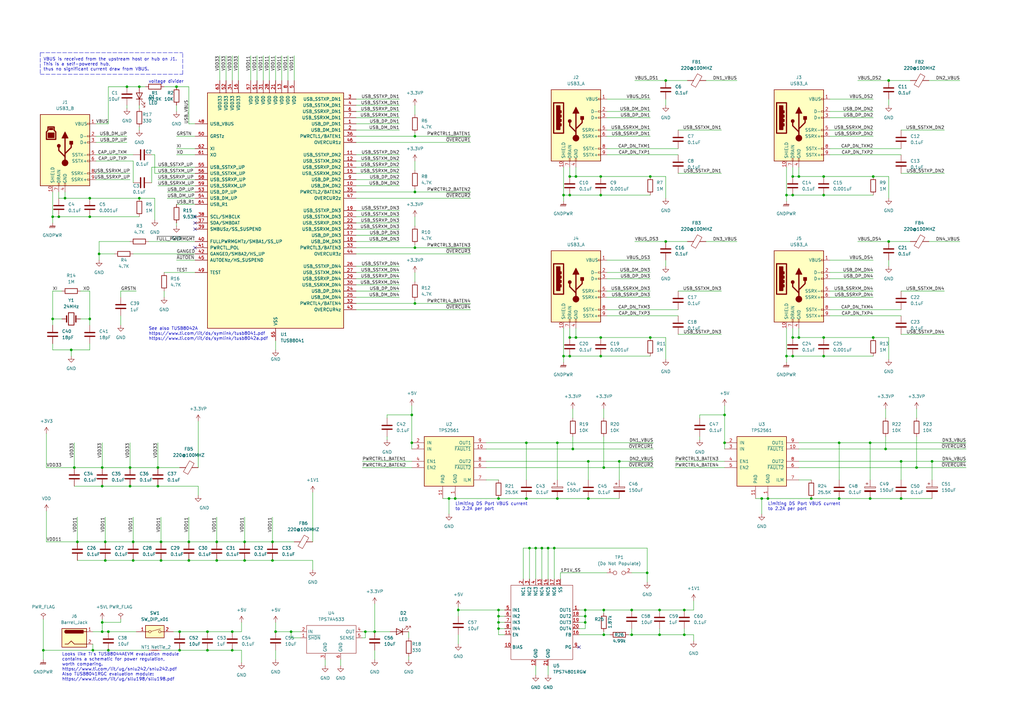
<source format=kicad_sch>
(kicad_sch (version 20211123) (generator eeschema)
  (paper "A3")
  (junction (at 54.61 229.87))
  (junction (at 270.51 250.19))
  (junction (at 247.65 250.19))
  (junction (at 224.79 224.79))
  (junction (at 187.96 250.19))
  (junction (at 217.17 224.79))
  (junction (at 327.66 138.43))
  (junction (at 325.12 138.43))
  (junction (at 95.25 259.08))
  (junction (at 95.25 266.7))
  (junction (at 265.43 234.95))
  (junction (at 231.14 80.01))
  (junction (at 66.04 229.87))
  (junction (at 327.66 72.39))
  (junction (at 17.78 266.7))
  (junction (at 111.76 229.87))
  (junction (at 266.7 138.43))
  (junction (at 259.08 260.35))
  (junction (at 36.83 81.28))
  (junction (at 364.49 33.02))
  (junction (at 280.67 260.35))
  (junction (at 88.9 229.87))
  (junction (at 204.47 204.47))
  (junction (at 54.61 222.25))
  (junction (at 170.18 101.6))
  (junction (at 337.82 138.43))
  (junction (at 266.7 72.39))
  (junction (at 36.83 88.9))
  (junction (at 85.09 266.7))
  (junction (at 204.47 252.73))
  (junction (at 241.3 204.47))
  (junction (at 38.1 266.7))
  (junction (at 337.82 72.39))
  (junction (at 228.6 181.61))
  (junction (at 369.57 204.47))
  (junction (at 41.91 259.08))
  (junction (at 356.87 181.61))
  (junction (at 215.9 204.47))
  (junction (at 219.71 224.79))
  (junction (at 246.38 80.01))
  (junction (at 358.14 72.39))
  (junction (at 24.13 88.9))
  (junction (at 215.9 181.61))
  (junction (at 233.68 72.39))
  (junction (at 44.45 266.7))
  (junction (at 77.47 229.87))
  (junction (at 240.03 255.27))
  (junction (at 85.09 259.08))
  (junction (at 236.22 72.39))
  (junction (at 356.87 204.47))
  (junction (at 31.75 222.25))
  (junction (at 53.34 191.77))
  (junction (at 369.57 189.23))
  (junction (at 43.18 222.25))
  (junction (at 259.08 250.19))
  (junction (at 363.22 184.15))
  (junction (at 66.04 222.25))
  (junction (at 72.39 35.56))
  (junction (at 204.47 255.27))
  (junction (at 29.21 143.51))
  (junction (at 332.74 204.47))
  (junction (at 240.03 250.19))
  (junction (at 40.64 104.14))
  (junction (at 77.47 222.25))
  (junction (at 270.51 260.35))
  (junction (at 119.38 259.08))
  (junction (at 254 189.23))
  (junction (at 297.18 170.18))
  (junction (at 204.47 257.81))
  (junction (at 57.15 35.56))
  (junction (at 344.17 181.61))
  (junction (at 170.18 55.88))
  (junction (at 52.07 35.56))
  (junction (at 170.18 124.46))
  (junction (at 297.18 181.61))
  (junction (at 36.83 130.81))
  (junction (at 57.15 81.28))
  (junction (at 337.82 146.05))
  (junction (at 168.91 170.18))
  (junction (at 246.38 138.43))
  (junction (at 21.59 88.9))
  (junction (at 149.86 259.08))
  (junction (at 41.91 191.77))
  (junction (at 325.12 146.05))
  (junction (at 241.3 189.23))
  (junction (at 44.45 259.08))
  (junction (at 273.05 99.06))
  (junction (at 314.96 204.47))
  (junction (at 64.77 191.77))
  (junction (at 113.03 259.08))
  (junction (at 43.18 229.87))
  (junction (at 41.91 255.27))
  (junction (at 322.58 80.01))
  (junction (at 88.9 222.25))
  (junction (at 53.34 199.39))
  (junction (at 100.33 229.87))
  (junction (at 312.42 204.47))
  (junction (at 26.67 81.28))
  (junction (at 231.14 146.05))
  (junction (at 233.68 138.43))
  (junction (at 100.33 222.25))
  (junction (at 322.58 146.05))
  (junction (at 111.76 222.25))
  (junction (at 233.68 146.05))
  (junction (at 246.38 146.05))
  (junction (at 364.49 99.06))
  (junction (at 247.65 191.77))
  (junction (at 228.6 204.47))
  (junction (at 325.12 80.01))
  (junction (at 227.33 224.79))
  (junction (at 30.48 191.77))
  (junction (at 184.15 204.47))
  (junction (at 382.27 189.23))
  (junction (at 73.66 266.7))
  (junction (at 186.69 204.47))
  (junction (at 247.65 260.35))
  (junction (at 375.92 191.77))
  (junction (at 204.47 250.19))
  (junction (at 73.66 259.08))
  (junction (at 236.22 138.43))
  (junction (at 344.17 204.47))
  (junction (at 240.03 252.73))
  (junction (at 234.95 184.15))
  (junction (at 64.77 199.39))
  (junction (at 153.67 259.08))
  (junction (at 168.91 181.61))
  (junction (at 246.38 72.39))
  (junction (at 21.59 130.81))
  (junction (at 337.82 80.01))
  (junction (at 41.91 199.39))
  (junction (at 358.14 138.43))
  (junction (at 273.05 33.02))
  (junction (at 280.67 250.19))
  (junction (at 170.18 78.74))
  (junction (at 325.12 72.39))
  (junction (at 233.68 80.01))
  (junction (at 222.25 224.79))
  (no_connect (at 80.01 101.6))
  (no_connect (at 237.49 265.43))
  (no_connect (at 80.01 93.98))
  (no_connect (at 80.01 88.9))
  (no_connect (at 80.01 91.44))
  (wire (pts (xy 248.92 48.26) (xy 266.7 48.26)))
  (wire (pts (xy 382.27 189.23) (xy 382.27 196.85)))
  (wire (pts (xy 21.59 119.38) (xy 21.59 130.81)))
  (wire (pts (xy 40.64 99.06) (xy 40.64 104.14)))
  (wire (pts (xy 19.05 177.8) (xy 19.05 191.77)))
  (wire (pts (xy 36.83 143.51) (xy 29.21 143.51)))
  (wire (pts (xy 204.47 255.27) (xy 204.47 257.81)))
  (wire (pts (xy 64.77 199.39) (xy 81.28 199.39)))
  (wire (pts (xy 81.28 199.39) (xy 81.28 203.2)))
  (wire (pts (xy 233.68 68.58) (xy 233.68 72.39)))
  (wire (pts (xy 113.03 259.08) (xy 119.38 259.08)))
  (wire (pts (xy 66.04 212.09) (xy 66.04 222.25)))
  (wire (pts (xy 146.05 76.2) (xy 163.83 76.2)))
  (wire (pts (xy 170.18 100.33) (xy 170.18 101.6)))
  (wire (pts (xy 231.14 134.62) (xy 231.14 146.05)))
  (wire (pts (xy 146.05 116.84) (xy 163.83 116.84)))
  (wire (pts (xy 237.49 260.35) (xy 247.65 260.35)))
  (wire (pts (xy 204.47 260.35) (xy 207.01 260.35)))
  (wire (pts (xy 340.36 121.92) (xy 358.14 121.92)))
  (wire (pts (xy 33.02 119.38) (xy 36.83 119.38)))
  (wire (pts (xy 240.03 252.73) (xy 240.03 255.27)))
  (wire (pts (xy 24.13 81.28) (xy 26.67 81.28)))
  (wire (pts (xy 146.05 71.12) (xy 163.83 71.12)))
  (wire (pts (xy 30.48 191.77) (xy 19.05 191.77)))
  (wire (pts (xy 312.42 204.47) (xy 314.96 204.47)))
  (wire (pts (xy 80.01 71.12) (xy 63.5 71.12)))
  (wire (pts (xy 247.65 191.77) (xy 267.97 191.77)))
  (wire (pts (xy 337.82 80.01) (xy 358.14 80.01)))
  (wire (pts (xy 248.92 60.96) (xy 278.13 60.96)))
  (wire (pts (xy 289.56 99.06) (xy 302.26 99.06)))
  (wire (pts (xy 363.22 184.15) (xy 396.24 184.15)))
  (wire (pts (xy 33.02 130.81) (xy 36.83 130.81)))
  (wire (pts (xy 231.14 68.58) (xy 231.14 80.01)))
  (wire (pts (xy 38.1 266.7) (xy 38.1 264.16)))
  (wire (pts (xy 38.1 259.08) (xy 41.91 259.08)))
  (wire (pts (xy 146.05 68.58) (xy 163.83 68.58)))
  (wire (pts (xy 107.95 22.86) (xy 107.95 33.02)))
  (wire (pts (xy 146.05 81.28) (xy 193.04 81.28)))
  (wire (pts (xy 25.4 119.38) (xy 21.59 119.38)))
  (wire (pts (xy 67.31 35.56) (xy 72.39 35.56)))
  (wire (pts (xy 231.14 146.05) (xy 231.14 148.59)))
  (wire (pts (xy 248.92 127) (xy 278.13 127)))
  (wire (pts (xy 64.77 181.61) (xy 64.77 191.77)))
  (wire (pts (xy 146.05 93.98) (xy 163.83 93.98)))
  (wire (pts (xy 168.91 181.61) (xy 168.91 170.18)))
  (wire (pts (xy 36.83 88.9) (xy 57.15 88.9)))
  (wire (pts (xy 36.83 133.35) (xy 36.83 130.81)))
  (wire (pts (xy 228.6 181.61) (xy 267.97 181.61)))
  (wire (pts (xy 113.03 139.7) (xy 113.03 143.51)))
  (wire (pts (xy 314.96 204.47) (xy 332.74 204.47)))
  (wire (pts (xy 81.28 172.72) (xy 81.28 191.77)))
  (wire (pts (xy 273.05 72.39) (xy 273.05 81.28)))
  (wire (pts (xy 53.34 191.77) (xy 64.77 191.77)))
  (wire (pts (xy 327.66 138.43) (xy 337.82 138.43)))
  (wire (pts (xy 280.67 257.81) (xy 280.67 260.35)))
  (wire (pts (xy 337.82 138.43) (xy 358.14 138.43)))
  (wire (pts (xy 364.49 33.02) (xy 373.38 33.02)))
  (wire (pts (xy 26.67 81.28) (xy 36.83 81.28)))
  (wire (pts (xy 40.64 104.14) (xy 40.64 106.68)))
  (wire (pts (xy 39.37 71.12) (xy 53.34 71.12)))
  (wire (pts (xy 72.39 55.88) (xy 80.01 55.88)))
  (wire (pts (xy 38.1 266.7) (xy 44.45 266.7)))
  (wire (pts (xy 62.23 68.58) (xy 62.23 74.93)))
  (wire (pts (xy 95.25 22.86) (xy 95.25 33.02)))
  (wire (pts (xy 146.05 55.88) (xy 170.18 55.88)))
  (wire (pts (xy 204.47 250.19) (xy 204.47 252.73)))
  (wire (pts (xy 214.63 224.79) (xy 214.63 237.49)))
  (wire (pts (xy 146.05 121.92) (xy 163.83 121.92)))
  (wire (pts (xy 64.77 191.77) (xy 73.66 191.77)))
  (wire (pts (xy 31.75 222.25) (xy 43.18 222.25)))
  (wire (pts (xy 219.71 273.05) (xy 219.71 276.86)))
  (wire (pts (xy 72.39 83.82) (xy 80.01 83.82)))
  (wire (pts (xy 153.67 266.7) (xy 153.67 270.51)))
  (wire (pts (xy 273.05 106.68) (xy 273.05 109.22)))
  (wire (pts (xy 170.18 55.88) (xy 193.04 55.88)))
  (wire (pts (xy 92.71 22.86) (xy 92.71 33.02)))
  (wire (pts (xy 77.47 35.56) (xy 72.39 35.56)))
  (wire (pts (xy 276.86 189.23) (xy 297.18 189.23)))
  (wire (pts (xy 49.53 119.38) (xy 55.88 119.38)))
  (wire (pts (xy 72.39 91.44) (xy 72.39 92.71)))
  (wire (pts (xy 115.57 22.86) (xy 115.57 33.02)))
  (wire (pts (xy 240.03 255.27) (xy 240.03 257.81)))
  (wire (pts (xy 375.92 191.77) (xy 396.24 191.77)))
  (wire (pts (xy 64.77 76.2) (xy 80.01 76.2)))
  (wire (pts (xy 287.02 179.07) (xy 287.02 180.34)))
  (wire (pts (xy 287.02 170.18) (xy 287.02 171.45)))
  (wire (pts (xy 259.08 250.19) (xy 270.51 250.19)))
  (wire (pts (xy 204.47 252.73) (xy 207.01 252.73)))
  (wire (pts (xy 227.33 224.79) (xy 265.43 224.79)))
  (wire (pts (xy 148.59 191.77) (xy 168.91 191.77)))
  (wire (pts (xy 146.05 73.66) (xy 163.83 73.66)))
  (wire (pts (xy 62.23 63.5) (xy 63.5 63.5)))
  (wire (pts (xy 270.51 257.81) (xy 270.51 260.35)))
  (wire (pts (xy 186.69 204.47) (xy 204.47 204.47)))
  (wire (pts (xy 95.25 259.08) (xy 99.06 259.08)))
  (wire (pts (xy 54.61 104.14) (xy 80.01 104.14)))
  (wire (pts (xy 146.05 109.22) (xy 163.83 109.22)))
  (wire (pts (xy 146.05 88.9) (xy 163.83 88.9)))
  (wire (pts (xy 219.71 224.79) (xy 219.71 237.49)))
  (polyline (pts (xy 16.51 21.59) (xy 74.93 21.59)))
  (wire (pts (xy 241.3 189.23) (xy 254 189.23)))
  (wire (pts (xy 36.83 81.28) (xy 57.15 81.28)))
  (wire (pts (xy 88.9 222.25) (xy 100.33 222.25)))
  (wire (pts (xy 57.15 81.28) (xy 63.5 81.28)))
  (wire (pts (xy 53.34 181.61) (xy 53.34 191.77)))
  (wire (pts (xy 248.92 106.68) (xy 266.7 106.68)))
  (wire (pts (xy 113.03 255.27) (xy 113.03 259.08)))
  (wire (pts (xy 259.08 257.81) (xy 259.08 260.35)))
  (wire (pts (xy 44.45 259.08) (xy 55.88 259.08)))
  (wire (pts (xy 278.13 53.34) (xy 295.91 53.34)))
  (wire (pts (xy 17.78 266.7) (xy 38.1 266.7)))
  (wire (pts (xy 204.47 257.81) (xy 207.01 257.81)))
  (wire (pts (xy 128.27 229.87) (xy 128.27 233.68)))
  (wire (pts (xy 234.95 179.07) (xy 234.95 184.15)))
  (wire (pts (xy 111.76 229.87) (xy 128.27 229.87)))
  (wire (pts (xy 204.47 250.19) (xy 207.01 250.19)))
  (wire (pts (xy 31.75 222.25) (xy 19.05 222.25)))
  (wire (pts (xy 231.14 80.01) (xy 233.68 80.01)))
  (wire (pts (xy 369.57 189.23) (xy 369.57 196.85)))
  (wire (pts (xy 158.75 179.07) (xy 158.75 180.34)))
  (wire (pts (xy 49.53 129.54) (xy 49.53 133.35)))
  (wire (pts (xy 332.74 204.47) (xy 344.17 204.47)))
  (wire (pts (xy 325.12 138.43) (xy 327.66 138.43)))
  (wire (pts (xy 297.18 166.37) (xy 297.18 170.18)))
  (wire (pts (xy 111.76 212.09) (xy 111.76 222.25)))
  (wire (pts (xy 170.18 88.9) (xy 170.18 92.71)))
  (wire (pts (xy 146.05 78.74) (xy 170.18 78.74)))
  (wire (pts (xy 327.66 189.23) (xy 369.57 189.23)))
  (wire (pts (xy 363.22 167.64) (xy 363.22 171.45)))
  (wire (pts (xy 222.25 237.49) (xy 222.25 224.79)))
  (wire (pts (xy 204.47 204.47) (xy 215.9 204.47)))
  (wire (pts (xy 146.05 43.18) (xy 163.83 43.18)))
  (wire (pts (xy 351.79 99.06) (xy 364.49 99.06)))
  (wire (pts (xy 265.43 238.76) (xy 265.43 234.95)))
  (wire (pts (xy 41.91 199.39) (xy 53.34 199.39)))
  (wire (pts (xy 85.09 259.08) (xy 95.25 259.08)))
  (wire (pts (xy 236.22 68.58) (xy 236.22 72.39)))
  (wire (pts (xy 44.45 50.8) (xy 39.37 50.8)))
  (wire (pts (xy 72.39 106.68) (xy 80.01 106.68)))
  (wire (pts (xy 30.48 199.39) (xy 41.91 199.39)))
  (wire (pts (xy 297.18 170.18) (xy 287.02 170.18)))
  (wire (pts (xy 170.18 124.46) (xy 193.04 124.46)))
  (wire (pts (xy 204.47 257.81) (xy 204.47 260.35)))
  (wire (pts (xy 241.3 204.47) (xy 254 204.47)))
  (wire (pts (xy 184.15 204.47) (xy 186.69 204.47)))
  (wire (pts (xy 266.7 72.39) (xy 273.05 72.39)))
  (wire (pts (xy 381 99.06) (xy 393.7 99.06)))
  (wire (pts (xy 381 33.02) (xy 393.7 33.02)))
  (wire (pts (xy 369.57 189.23) (xy 382.27 189.23)))
  (wire (pts (xy 322.58 68.58) (xy 322.58 80.01)))
  (wire (pts (xy 270.51 250.19) (xy 280.67 250.19)))
  (wire (pts (xy 340.36 55.88) (xy 358.14 55.88)))
  (wire (pts (xy 66.04 229.87) (xy 77.47 229.87)))
  (wire (pts (xy 181.61 204.47) (xy 184.15 204.47)))
  (wire (pts (xy 270.51 260.35) (xy 280.67 260.35)))
  (wire (pts (xy 77.47 50.8) (xy 77.47 35.56)))
  (wire (pts (xy 52.07 35.56) (xy 57.15 35.56)))
  (wire (pts (xy 369.57 204.47) (xy 382.27 204.47)))
  (wire (pts (xy 369.57 119.38) (xy 387.35 119.38)))
  (wire (pts (xy 85.09 266.7) (xy 95.25 266.7)))
  (wire (pts (xy 146.05 101.6) (xy 170.18 101.6)))
  (wire (pts (xy 21.59 130.81) (xy 25.4 130.81)))
  (wire (pts (xy 199.39 181.61) (xy 215.9 181.61)))
  (wire (pts (xy 100.33 212.09) (xy 100.33 222.25)))
  (wire (pts (xy 358.14 72.39) (xy 364.49 72.39)))
  (wire (pts (xy 364.49 106.68) (xy 364.49 109.22)))
  (wire (pts (xy 219.71 224.79) (xy 222.25 224.79)))
  (wire (pts (xy 351.79 33.02) (xy 364.49 33.02)))
  (wire (pts (xy 344.17 181.61) (xy 344.17 196.85)))
  (wire (pts (xy 273.05 99.06) (xy 281.94 99.06)))
  (wire (pts (xy 60.96 99.06) (xy 80.01 99.06)))
  (wire (pts (xy 247.65 179.07) (xy 247.65 191.77)))
  (wire (pts (xy 21.59 130.81) (xy 21.59 133.35)))
  (wire (pts (xy 17.78 270.51) (xy 17.78 266.7)))
  (wire (pts (xy 146.05 48.26) (xy 163.83 48.26)))
  (wire (pts (xy 170.18 123.19) (xy 170.18 124.46)))
  (wire (pts (xy 276.86 191.77) (xy 297.18 191.77)))
  (wire (pts (xy 146.05 91.44) (xy 163.83 91.44)))
  (wire (pts (xy 364.49 99.06) (xy 373.38 99.06)))
  (wire (pts (xy 41.91 181.61) (xy 41.91 191.77)))
  (wire (pts (xy 187.96 250.19) (xy 204.47 250.19)))
  (wire (pts (xy 204.47 252.73) (xy 204.47 255.27)))
  (wire (pts (xy 217.17 224.79) (xy 214.63 224.79)))
  (wire (pts (xy 199.39 189.23) (xy 241.3 189.23)))
  (wire (pts (xy 57.15 35.56) (xy 59.69 35.56)))
  (wire (pts (xy 21.59 88.9) (xy 21.59 91.44)))
  (wire (pts (xy 146.05 119.38) (xy 163.83 119.38)))
  (wire (pts (xy 53.34 99.06) (xy 40.64 99.06)))
  (wire (pts (xy 146.05 127) (xy 193.04 127)))
  (wire (pts (xy 77.47 222.25) (xy 88.9 222.25)))
  (wire (pts (xy 102.87 22.86) (xy 102.87 33.02)))
  (wire (pts (xy 52.07 58.42) (xy 39.37 58.42)))
  (wire (pts (xy 248.92 234.95) (xy 229.87 234.95)))
  (wire (pts (xy 369.57 53.34) (xy 387.35 53.34)))
  (wire (pts (xy 248.92 119.38) (xy 266.7 119.38)))
  (wire (pts (xy 199.39 184.15) (xy 234.95 184.15)))
  (wire (pts (xy 222.25 224.79) (xy 224.79 224.79)))
  (wire (pts (xy 110.49 22.86) (xy 110.49 33.02)))
  (wire (pts (xy 260.35 99.06) (xy 273.05 99.06)))
  (wire (pts (xy 327.66 184.15) (xy 363.22 184.15)))
  (wire (pts (xy 111.76 222.25) (xy 120.65 222.25)))
  (wire (pts (xy 265.43 234.95) (xy 265.43 224.79)))
  (wire (pts (xy 153.67 259.08) (xy 160.02 259.08)))
  (wire (pts (xy 248.92 114.3) (xy 266.7 114.3)))
  (wire (pts (xy 146.05 104.14) (xy 193.04 104.14)))
  (wire (pts (xy 90.17 22.86) (xy 90.17 33.02)))
  (wire (pts (xy 119.38 261.62) (xy 123.19 261.62)))
  (wire (pts (xy 39.37 73.66) (xy 53.34 73.66)))
  (wire (pts (xy 382.27 189.23) (xy 396.24 189.23)))
  (wire (pts (xy 246.38 146.05) (xy 266.7 146.05)))
  (wire (pts (xy 54.61 222.25) (xy 66.04 222.25)))
  (wire (pts (xy 266.7 138.43) (xy 273.05 138.43)))
  (wire (pts (xy 17.78 254) (xy 17.78 266.7)))
  (wire (pts (xy 57.15 52.07) (xy 57.15 53.34)))
  (wire (pts (xy 236.22 138.43) (xy 246.38 138.43)))
  (wire (pts (xy 322.58 134.62) (xy 322.58 146.05)))
  (wire (pts (xy 375.92 179.07) (xy 375.92 191.77)))
  (wire (pts (xy 41.91 259.08) (xy 44.45 259.08)))
  (polyline (pts (xy 16.51 30.48) (xy 74.93 30.48)))
  (wire (pts (xy 224.79 273.05) (xy 224.79 276.86)))
  (wire (pts (xy 31.75 229.87) (xy 43.18 229.87)))
  (wire (pts (xy 259.08 234.95) (xy 265.43 234.95)))
  (wire (pts (xy 322.58 146.05) (xy 322.58 148.59)))
  (wire (pts (xy 146.05 96.52) (xy 163.83 96.52)))
  (wire (pts (xy 187.96 248.92) (xy 187.96 250.19)))
  (wire (pts (xy 26.67 78.74) (xy 26.67 81.28)))
  (wire (pts (xy 312.42 204.47) (xy 312.42 210.82)))
  (wire (pts (xy 24.13 88.9) (xy 36.83 88.9)))
  (wire (pts (xy 340.36 53.34) (xy 358.14 53.34)))
  (wire (pts (xy 146.05 124.46) (xy 170.18 124.46)))
  (wire (pts (xy 88.9 229.87) (xy 100.33 229.87)))
  (wire (pts (xy 369.57 71.12) (xy 387.35 71.12)))
  (wire (pts (xy 364.49 40.64) (xy 364.49 43.18)))
  (wire (pts (xy 278.13 71.12) (xy 295.91 71.12)))
  (wire (pts (xy 248.92 129.54) (xy 278.13 129.54)))
  (wire (pts (xy 146.05 45.72) (xy 163.83 45.72)))
  (wire (pts (xy 21.59 88.9) (xy 24.13 88.9)))
  (wire (pts (xy 340.36 45.72) (xy 358.14 45.72)))
  (wire (pts (xy 170.18 78.74) (xy 193.04 78.74)))
  (wire (pts (xy 340.36 63.5) (xy 369.57 63.5)))
  (wire (pts (xy 241.3 189.23) (xy 241.3 196.85)))
  (wire (pts (xy 215.9 181.61) (xy 228.6 181.61)))
  (wire (pts (xy 30.48 181.61) (xy 30.48 191.77)))
  (wire (pts (xy 325.12 72.39) (xy 327.66 72.39)))
  (wire (pts (xy 54.61 66.04) (xy 54.61 74.93)))
  (wire (pts (xy 215.9 204.47) (xy 228.6 204.47)))
  (wire (pts (xy 63.5 81.28) (xy 63.5 90.17)))
  (wire (pts (xy 228.6 204.47) (xy 241.3 204.47)))
  (wire (pts (xy 146.05 50.8) (xy 163.83 50.8)))
  (wire (pts (xy 52.07 35.56) (xy 44.45 35.56)))
  (wire (pts (xy 236.22 72.39) (xy 246.38 72.39)))
  (wire (pts (xy 99.06 266.7) (xy 99.06 271.78)))
  (wire (pts (xy 327.66 68.58) (xy 327.66 72.39)))
  (wire (pts (xy 233.68 80.01) (xy 246.38 80.01)))
  (wire (pts (xy 46.99 104.14) (xy 40.64 104.14)))
  (wire (pts (xy 247.65 250.19) (xy 247.65 251.46)))
  (wire (pts (xy 273.05 138.43) (xy 273.05 147.32)))
  (wire (pts (xy 325.12 134.62) (xy 325.12 138.43)))
  (wire (pts (xy 233.68 138.43) (xy 236.22 138.43)))
  (wire (pts (xy 358.14 138.43) (xy 364.49 138.43)))
  (wire (pts (xy 63.5 71.12) (xy 63.5 63.5)))
  (wire (pts (xy 219.71 224.79) (xy 217.17 224.79)))
  (wire (pts (xy 146.05 66.04) (xy 163.83 66.04)))
  (wire (pts (xy 128.27 201.93) (xy 128.27 222.25)))
  (wire (pts (xy 248.92 40.64) (xy 266.7 40.64)))
  (wire (pts (xy 224.79 224.79) (xy 224.79 237.49)))
  (wire (pts (xy 148.59 189.23) (xy 168.91 189.23)))
  (wire (pts (xy 30.48 191.77) (xy 41.91 191.77)))
  (wire (pts (xy 237.49 250.19) (xy 240.03 250.19)))
  (wire (pts (xy 77.47 212.09) (xy 77.47 222.25)))
  (wire (pts (xy 57.15 43.18) (xy 57.15 44.45)))
  (wire (pts (xy 247.65 260.35) (xy 250.19 260.35)))
  (wire (pts (xy 229.87 234.95) (xy 229.87 237.49)))
  (wire (pts (xy 54.61 229.87) (xy 66.04 229.87)))
  (wire (pts (xy 237.49 252.73) (xy 240.03 252.73)))
  (wire (pts (xy 278.13 137.16) (xy 295.91 137.16)))
  (wire (pts (xy 77.47 229.87) (xy 88.9 229.87)))
  (wire (pts (xy 247.65 250.19) (xy 259.08 250.19)))
  (wire (pts (xy 64.77 73.66) (xy 80.01 73.66)))
  (wire (pts (xy 236.22 134.62) (xy 236.22 138.43)))
  (wire (pts (xy 327.66 181.61) (xy 344.17 181.61)))
  (wire (pts (xy 227.33 224.79) (xy 227.33 237.49)))
  (wire (pts (xy 364.49 72.39) (xy 364.49 81.28)))
  (wire (pts (xy 149.86 259.08) (xy 153.67 259.08)))
  (wire (pts (xy 356.87 181.61) (xy 396.24 181.61)))
  (wire (pts (xy 356.87 204.47) (xy 369.57 204.47)))
  (wire (pts (xy 344.17 204.47) (xy 356.87 204.47)))
  (wire (pts (xy 215.9 181.61) (xy 215.9 196.85)))
  (wire (pts (xy 170.18 77.47) (xy 170.18 78.74)))
  (wire (pts (xy 340.36 60.96) (xy 369.57 60.96)))
  (wire (pts (xy 170.18 54.61) (xy 170.18 55.88)))
  (wire (pts (xy 327.66 134.62) (xy 327.66 138.43)))
  (wire (pts (xy 49.53 255.27) (xy 41.91 255.27)))
  (wire (pts (xy 43.18 222.25) (xy 54.61 222.25)))
  (wire (pts (xy 273.05 40.64) (xy 273.05 43.18)))
  (wire (pts (xy 113.03 266.7) (xy 113.03 270.51)))
  (wire (pts (xy 297.18 181.61) (xy 297.18 184.15)))
  (wire (pts (xy 146.05 99.06) (xy 163.83 99.06)))
  (wire (pts (xy 99.06 255.27) (xy 99.06 259.08)))
  (wire (pts (xy 284.48 246.38) (xy 284.48 250.19)))
  (wire (pts (xy 167.64 259.08) (xy 167.64 261.62)))
  (wire (pts (xy 327.66 72.39) (xy 337.82 72.39)))
  (wire (pts (xy 168.91 181.61) (xy 168.91 184.15)))
  (wire (pts (xy 233.68 134.62) (xy 233.68 138.43)))
  (wire (pts (xy 340.36 119.38) (xy 358.14 119.38)))
  (wire (pts (xy 168.91 170.18) (xy 158.75 170.18)))
  (wire (pts (xy 199.39 196.85) (xy 204.47 196.85)))
  (wire (pts (xy 71.12 259.08) (xy 73.66 259.08)))
  (wire (pts (xy 248.92 53.34) (xy 266.7 53.34)))
  (wire (pts (xy 340.36 111.76) (xy 358.14 111.76)))
  (wire (pts (xy 340.36 48.26) (xy 358.14 48.26)))
  (wire (pts (xy 248.92 111.76) (xy 266.7 111.76)))
  (wire (pts (xy 148.59 261.62) (xy 149.86 261.62)))
  (wire (pts (xy 21.59 140.97) (xy 21.59 143.51)))
  (wire (pts (xy 95.25 266.7) (xy 99.06 266.7)))
  (wire (pts (xy 41.91 255.27) (xy 41.91 259.08)))
  (wire (pts (xy 363.22 179.07) (xy 363.22 184.15)))
  (wire (pts (xy 139.7 270.51) (xy 139.7 273.05)))
  (wire (pts (xy 247.65 259.08) (xy 247.65 260.35)))
  (wire (pts (xy 100.33 222.25) (xy 111.76 222.25)))
  (wire (pts (xy 31.75 212.09) (xy 31.75 222.25)))
  (wire (pts (xy 39.37 66.04) (xy 54.61 66.04)))
  (wire (pts (xy 29.21 143.51) (xy 29.21 146.05)))
  (wire (pts (xy 260.35 33.02) (xy 273.05 33.02)))
  (wire (pts (xy 19.05 209.55) (xy 19.05 222.25)))
  (wire (pts (xy 375.92 167.64) (xy 375.92 171.45)))
  (wire (pts (xy 119.38 259.08) (xy 123.19 259.08)))
  (wire (pts (xy 146.05 111.76) (xy 163.83 111.76)))
  (wire (pts (xy 39.37 63.5) (xy 54.61 63.5)))
  (wire (pts (xy 88.9 212.09) (xy 88.9 222.25)))
  (wire (pts (xy 344.17 181.61) (xy 356.87 181.61)))
  (wire (pts (xy 80.01 81.28) (xy 68.58 81.28)))
  (wire (pts (xy 44.45 35.56) (xy 44.45 50.8)))
  (wire (pts (xy 49.53 119.38) (xy 49.53 121.92)))
  (wire (pts (xy 327.66 196.85) (xy 332.74 196.85)))
  (wire (pts (xy 273.05 33.02) (xy 281.94 33.02)))
  (wire (pts (xy 259.08 260.35) (xy 270.51 260.35)))
  (wire (pts (xy 322.58 80.01) (xy 325.12 80.01)))
  (wire (pts (xy 184.15 204.47) (xy 184.15 210.82)))
  (wire (pts (xy 41.91 191.77) (xy 53.34 191.77)))
  (wire (pts (xy 133.35 270.51) (xy 133.35 273.05)))
  (wire (pts (xy 369.57 137.16) (xy 387.35 137.16)))
  (wire (pts (xy 248.92 45.72) (xy 266.7 45.72)))
  (wire (pts (xy 240.03 250.19) (xy 247.65 250.19)))
  (wire (pts (xy 187.96 250.19) (xy 187.96 252.73)))
  (wire (pts (xy 340.36 40.64) (xy 358.14 40.64)))
  (wire (pts (xy 237.49 255.27) (xy 240.03 255.27)))
  (wire (pts (xy 120.65 22.86) (xy 120.65 33.02)))
  (wire (pts (xy 246.38 72.39) (xy 266.7 72.39)))
  (wire (pts (xy 337.82 72.39) (xy 358.14 72.39)))
  (wire (pts (xy 309.88 204.47) (xy 312.42 204.47)))
  (wire (pts (xy 170.18 43.18) (xy 170.18 46.99)))
  (wire (pts (xy 240.03 250.19) (xy 240.03 252.73)))
  (wire (pts (xy 170.18 111.76) (xy 170.18 115.57)))
  (wire (pts (xy 146.05 58.42) (xy 193.04 58.42)))
  (wire (pts (xy 146.05 63.5) (xy 163.83 63.5)))
  (wire (pts (xy 66.04 266.7) (xy 73.66 266.7)))
  (wire (pts (xy 259.08 260.35) (xy 257.81 260.35)))
  (wire (pts (xy 246.38 138.43) (xy 266.7 138.43)))
  (wire (pts (xy 231.14 80.01) (xy 231.14 82.55)))
  (wire (pts (xy 248.92 121.92) (xy 266.7 121.92)))
  (wire (pts (xy 73.66 266.7) (xy 85.09 266.7)))
  (wire (pts (xy 231.14 146.05) (xy 233.68 146.05)))
  (wire (pts (xy 217.17 224.79) (xy 217.17 237.49)))
  (wire (pts (xy 62.23 68.58) (xy 80.01 68.58)))
  (wire (pts (xy 204.47 255.27) (xy 207.01 255.27)))
  (wire (pts (xy 60.96 266.7) (xy 44.45 266.7)))
  (wire (pts (xy 233.68 146.05) (xy 246.38 146.05)))
  (wire (pts (xy 340.36 129.54) (xy 369.57 129.54)))
  (wire (pts (xy 53.34 199.39) (xy 64.77 199.39)))
  (wire (pts (xy 228.6 181.61) (xy 228.6 196.85)))
  (wire (pts (xy 248.92 63.5) (xy 278.13 63.5)))
  (wire (pts (xy 280.67 250.19) (xy 284.48 250.19)))
  (wire (pts (xy 100.33 229.87) (xy 111.76 229.87)))
  (wire (pts (xy 43.18 212.09) (xy 43.18 222.25)))
  (wire (pts (xy 36.83 130.81) (xy 36.83 119.38)))
  (wire (pts (xy 199.39 191.77) (xy 247.65 191.77)))
  (wire (pts (xy 337.82 146.05) (xy 358.14 146.05)))
  (wire (pts (xy 246.38 80.01) (xy 266.7 80.01)))
  (wire (pts (xy 146.05 114.3) (xy 163.83 114.3)))
  (wire (pts (xy 146.05 53.34) (xy 163.83 53.34)))
  (wire (pts (xy 187.96 260.35) (xy 187.96 264.16)))
  (wire (pts (xy 52.07 43.18) (xy 52.07 44.45)))
  (wire (pts (xy 278.13 119.38) (xy 295.91 119.38)))
  (wire (pts (xy 68.58 78.74) (xy 80.01 78.74)))
  (wire (pts (xy 113.03 22.86) (xy 113.03 33.02)))
  (wire (pts (xy 297.18 181.61) (xy 297.18 170.18)))
  (wire (pts (xy 356.87 181.61) (xy 356.87 196.85)))
  (wire (pts (xy 105.41 22.86) (xy 105.41 33.02)))
  (wire (pts (xy 29.21 143.51) (xy 21.59 143.51)))
  (wire (pts (xy 254 189.23) (xy 267.97 189.23)))
  (wire (pts (xy 284.48 260.35) (xy 284.48 262.89)))
  (wire (pts (xy 119.38 259.08) (xy 119.38 261.62)))
  (wire (pts (xy 149.86 261.62) (xy 149.86 259.08)))
  (wire (pts (xy 340.36 114.3) (xy 358.14 114.3)))
  (wire (pts (xy 21.59 78.74) (xy 21.59 88.9)))
  (wire (pts (xy 49.53 254) (xy 49.53 255.27)))
  (wire (pts (xy 170.18 101.6) (xy 193.04 101.6)))
  (wire (pts (xy 340.36 106.68) (xy 358.14 106.68)))
  (wire (pts (xy 254 189.23) (xy 254 196.85)))
  (wire (pts (xy 325.12 80.01) (xy 337.82 80.01)))
  (wire (pts (xy 148.59 259.08) (xy 149.86 259.08)))
  (wire (pts (xy 168.91 166.37) (xy 168.91 170.18)))
  (wire (pts (xy 170.18 66.04) (xy 170.18 69.85)))
  (wire (pts (xy 146.05 40.64) (xy 163.83 40.64)))
  (wire (pts (xy 146.05 86.36) (xy 163.83 86.36)))
  (wire (pts (xy 340.36 127) (xy 369.57 127)))
  (wire (pts (xy 234.95 184.15) (xy 267.97 184.15)))
  (polyline (pts (xy 16.51 21.59) (xy 16.51 30.48)))
  (wire (pts (xy 322.58 146.05) (xy 325.12 146.05)))
  (polyline (pts (xy 74.93 30.48) (xy 74.93 21.59)))
  (wire (pts (xy 97.79 22.86) (xy 97.79 33.02)))
  (wire (pts (xy 247.65 167.64) (xy 247.65 171.45)))
  (wire (pts (xy 41.91 254) (xy 41.91 255.27)))
  (wire (pts (xy 224.79 224.79) (xy 227.33 224.79)))
  (wire (pts (xy 233.68 72.39) (xy 236.22 72.39)))
  (wire (pts (xy 36.83 140.97) (xy 36.83 143.51)))
  (wire (pts (xy 289.56 33.02) (xy 302.26 33.02)))
  (wire (pts (xy 327.66 191.77) (xy 375.92 191.77)))
  (wire (pts (xy 118.11 22.86) (xy 118.11 33.02)))
  (wire (pts (xy 67.31 111.76) (xy 80.01 111.76)))
  (wire (pts (xy 43.18 229.87) (xy 54.61 229.87)))
  (wire (pts (xy 73.66 259.08) (xy 85.09 259.08)))
  (wire (pts (xy 280.67 260.35) (xy 284.48 260.35)))
  (wire (pts (xy 325.12 68.58) (xy 325.12 72.39)))
  (wire (pts (xy 322.58 80.01) (xy 322.58 82.55)))
  (wire (pts (xy 54.61 212.09) (xy 54.61 222.25)))
  (wire (pts (xy 234.95 167.64) (xy 234.95 171.45)))
  (wire (pts (xy 66.04 222.25) (xy 77.47 222.25)))
  (wire (pts (xy 72.39 43.18) (xy 72.39 45.72)))
  (wire (pts (xy 364.49 138.43) (xy 364.49 147.32)))
  (wire (pts (xy 240.03 257.81) (xy 237.49 257.81)))
  (wire (pts (xy 72.39 63.5) (xy 80.01 63.5)))
  (wire (pts (xy 72.39 60.96) (xy 80.01 60.96)))
  (wire (pts (xy 80.01 50.8) (xy 77.47 50.8)))
  (wire (pts (xy 52.07 55.88) (xy 39.37 55.88)))
  (wire (pts (xy 248.92 55.88) (xy 266.7 55.88)))
  (wire (pts (xy 325.12 146.05) (xy 337.82 146.05)))
  (wire (pts (xy 153.67 247.65) (xy 153.67 259.08)))
  (wire (pts (xy 158.75 170.18) (xy 158.75 171.45)))
  (wire (pts (xy 167.64 269.24) (xy 167.64 270.51)))
  (wire (pts (xy 67.31 119.38) (xy 67.31 121.92)))
  (wire (pts (xy 24.13 78.74) (xy 24.13 81.28)))
  (text "See also TUSB8042A\nhttps://www.ti.com/lit/ds/symlink/tusb8041.pdf\nhttps://www.ti.com/lit/ds/symlink/tusb8042a.pdf" (at 60.96 139.7 0) (effects (font (size 1.27 1.27)) (justify left bottom)))
  (text "voltage divider" (at 60.96 34.29 0) (effects (font (size 1.27 1.27)) (justify left bottom)))
  (text "Limiting DS Port VBUS current\nto 2.2A per port" (at 186.69 209.55 0) (effects (font (size 1.27 1.27)) (justify left bottom)))
  (text "Looks like TI's TUSB8044AEVM evaluation module\ncontains a schematic for power regulation,\nworth comparing.\nhttps://www.ti.com/lit/ug/snlu242/snlu242.pdf\nAlso TUSB8041RGC evaluation module:\nhttps://www.ti.com/lit/ug/sllu198/sllu198.pdf" (at 25.4 279.4 0) (effects (font (size 1.27 1.27)) (justify left bottom)))
  (text "VBUS is received from the upstream host or hub on J1.\nThis is a self-powered hub,\nthus no significant current draw from VBUS." (at 17.78 29.21 0) (effects (font (size 1.27 1.27)) (justify left bottom)))
  (text "Limiting DS Port VBUS current\nto 2.2A per port" (at 314.96 209.55 0) (effects (font (size 1.27 1.27)) (justify left bottom)))
  (label "USB_SSRXM_DN4" (at 358.14 119.38 180))
  (label "USB_SSTXP_UP" (at 64.77 68.58 0))
  (label "USB_DM_DN3" (at 266.7 111.76 180))
  (label "USB_SSRXP_DN2" (at 358.14 55.88 180))
  (label "~{OVERCUR2}" (at 193.04 81.28 180))
  (label "VDD33" (at 92.71 22.86 270))
  (label "USB_SSTXP_DN4" (at 387.35 137.16 180))
  (label "USB_SSTXP_DN2" (at 163.83 63.5 180))
  (label "~{OVERCUR4}" (at 396.24 191.77 180))
  (label "USB_SSTXM_DN3" (at 163.83 88.9 180))
  (label "USB_SSTXM_DN1" (at 163.83 43.18 180))
  (label "DN4_VBUS" (at 396.24 189.23 180))
  (label "~{OVERCUR1}" (at 267.97 184.15 180))
  (label "VBUS_DS4" (at 358.14 106.68 180))
  (label "VDD11" (at 54.61 212.09 270))
  (label "VDD11" (at 19.05 222.25 0))
  (label "VBUS_DS2" (at 351.79 33.02 0))
  (label "USB_DP_DN4" (at 163.83 119.38 180))
  (label "USB_SSTXM_DN1" (at 295.91 53.34 180))
  (label "CAP_DN_TXM1" (at 266.7 60.96 180))
  (label "USB_SSRXP_DN3" (at 266.7 121.92 180))
  (label "1P1V_SS" (at 229.87 234.95 0))
  (label "PWRCTRL4_BATEN4" (at 276.86 191.77 0))
  (label "USB_DP_UP" (at 52.07 58.42 180))
  (label "VDD33" (at 41.91 181.61 270))
  (label "USB_SSRXP_DN4" (at 163.83 114.3 180))
  (label "VDD33" (at 95.25 22.86 270))
  (label "VDD11" (at 100.33 212.09 270))
  (label "USB_DM_DN1" (at 266.7 45.72 180))
  (label "DN4_VBUS" (at 393.7 99.06 180))
  (label "GANGED" (at 80.01 104.14 180))
  (label "USB_DP_DN1" (at 266.7 48.26 180))
  (label "PWRCTRL2_BATEN2" (at 148.59 191.77 0))
  (label "~{FULL_PWERMGMT}" (at 80.01 99.06 180))
  (label "DN1_VBUS" (at 267.97 181.61 180))
  (label "CAP_DN_TXM3" (at 266.7 127 180))
  (label "DN2_VBUS" (at 393.7 33.02 180))
  (label "VDD11" (at 107.95 22.86 270))
  (label "VBUS_DS1" (at 266.7 40.64 180))
  (label "PWRCTRL3_BATEN3" (at 276.86 189.23 0))
  (label "CAP_UP_TXP" (at 52.07 66.04 180))
  (label "VDD33" (at 53.34 181.61 270))
  (label "USB_DP_DN2" (at 358.14 48.26 180))
  (label "USB_DM_UP" (at 68.58 81.28 0))
  (label "VDD33" (at 64.77 181.61 270))
  (label "USB_DP_DN4" (at 358.14 114.3 180))
  (label "USB_DP_DN1" (at 163.83 50.8 180))
  (label "VDD11" (at 118.11 22.86 270))
  (label "VDD33" (at 97.79 22.86 270))
  (label "USB_SSRXP_DN1" (at 266.7 55.88 180))
  (label "XI" (at 72.39 60.96 0))
  (label "USB_SSTXP_DN1" (at 163.83 40.64 180))
  (label "VBUS_DS3" (at 266.7 106.68 180))
  (label "DN3_VBUS" (at 396.24 181.61 180))
  (label "USB_SSRXP_UP" (at 64.77 73.66 0))
  (label "USB_SSTXM_UP" (at 64.77 71.12 0))
  (label "GRSTN" (at 72.39 55.88 0))
  (label "DN3_VBUS" (at 302.26 99.06 180))
  (label "~{OVERCUR2}" (at 267.97 191.77 180))
  (label "CAP_DN_TXP4" (at 358.14 129.54 180))
  (label "USB_DP_DN3" (at 266.7 114.3 180))
  (label "USB_SSRXP_DN4" (at 358.14 121.92 180))
  (label "VDD11" (at 113.03 22.86 270))
  (label "~{AUTOEN}" (at 72.39 106.68 0))
  (label "USB_SSRXM_DN2" (at 358.14 53.34 180))
  (label "VDD11" (at 31.75 212.09 270))
  (label "VDD11" (at 43.18 212.09 270))
  (label "GRSTN" (at 55.88 119.38 180))
  (label "CAP_DN_TXP2" (at 358.14 63.5 180))
  (label "USB_SSTXP_DN2" (at 387.35 71.12 180))
  (label "PWRCTRL3_BATEN3" (at 193.04 101.6 180))
  (label "USB_DM_UP" (at 52.07 55.88 180))
  (label "PWRCTRL4_BATEN4" (at 193.04 124.46 180))
  (label "VBUS_DS2" (at 358.14 40.64 180))
  (label "USB_DM_DN4" (at 358.14 111.76 180))
  (label "USB_SSTXP_DN1" (at 295.91 71.12 180))
  (label "~{OVERCUR1}" (at 193.04 58.42 180))
  (label "USB_DP_UP" (at 68.58 78.74 0))
  (label "USB_SSTXM_DN4" (at 163.83 111.76 180))
  (label "VBUS_DS1" (at 260.35 33.02 0))
  (label "USB_DM_DN3" (at 163.83 99.06 180))
  (label "USB_SSTXM_DN4" (at 387.35 119.38 180))
  (label "VDD11" (at 120.65 22.86 270))
  (label "VDD11" (at 66.04 212.09 270))
  (label "USB_SSTXP_DN3" (at 163.83 86.36 180))
  (label "USB_SSRXM_DN2" (at 163.83 71.12 180))
  (label "VBUS_DS4" (at 351.79 99.06 0))
  (label "VDD11" (at 111.76 212.09 270))
  (label "DN1_VBUS" (at 302.26 33.02 180))
  (label "USB_DM_DN2" (at 163.83 76.2 180))
  (label "PWRCTRL1_BATEN1" (at 148.59 189.23 0))
  (label "~{OVERCUR4}" (at 193.04 127 180))
  (label "XO" (at 36.83 119.38 180))
  (label "USB_DM_DN2" (at 358.14 45.72 180))
  (label "USB_SSRXM_DN4" (at 163.83 116.84 180))
  (label "~{OVERCUR3}" (at 396.24 184.15 180))
  (label "USB_SSRXP_DN3" (at 163.83 91.44 180))
  (label "USB_SSRXP_DN1" (at 163.83 45.72 180))
  (label "USB_DP_DN3" (at 163.83 96.52 180))
  (label "USB_SSTXM_DN2" (at 163.83 66.04 180))
  (label "USB_R1" (at 72.39 83.82 0))
  (label "~{OVERCUR3}" (at 193.04 104.14 180))
  (label "DN2_VBUS" (at 267.97 189.23 180))
  (label "USB_SSRXM_DN3" (at 163.83 93.98 180))
  (label "VDD11" (at 88.9 212.09 270))
  (label "VDD33" (at 30.48 181.61 270))
  (label "VDD11" (at 110.49 22.86 270))
  (label "VBUS" (at 39.37 50.8 0))
  (label "USB_DP_DN2" (at 163.83 73.66 180))
  (label "PWRCTRL1_BATEN1" (at 193.04 55.88 180))
  (label "XI" (at 21.59 119.38 0))
  (label "VDD33" (at 90.17 22.86 270))
  (label "XO" (at 72.39 63.5 0))
  (label "VDD33" (at 19.05 191.77 0))
  (label "VDD11" (at 102.87 22.86 270))
  (label "CAP_DN_TXP3" (at 266.7 129.54 180))
  (label "VBUS_DS3" (at 260.35 99.06 0))
  (label "USB_DM_DN4" (at 163.83 121.92 180))
  (label "USB_SSRXP_UP" (at 53.34 73.66 180))
  (label "CAP_UP_TXM" (at 52.07 63.5 180))
  (label "CAP_DN_TXP1" (at 266.7 63.5 180))
  (label "CAP_DN_TXM4" (at 358.14 127 180))
  (label "USB_SSTXM_DN3" (at 295.91 119.38 180))
  (label "PWRCTRL2_BATEN2" (at 193.04 78.74 180))
  (label "USB_SSRXM_UP" (at 64.77 76.2 0))
  (label "USB_SSRXM_DN1" (at 163.83 48.26 180))
  (label "USB_SSTXP_DN4" (at 163.83 109.22 180))
  (label "TEST" (at 72.39 111.76 0))
  (label "VDD11" (at 77.47 212.09 270))
  (label "USB_SSRXM_DN1" (at 266.7 53.34 180))
  (label "USB_VBUS" (at 77.47 50.8 90))
  (label "USB_SSTXM_DN2" (at 387.35 53.34 180))
  (label "USB_SSRXP_DN2" (at 163.83 68.58 180))
  (label "USB_SSRXM_UP" (at 53.34 71.12 180))
  (label "CAP_DN_TXM2" (at 358.14 60.96 180))
  (label "VDD11" (at 115.57 22.86 270))
  (label "USB_DM_DN1" (at 163.83 53.34 180))
  (label "USB_SSRXM_DN3" (at 266.7 119.38 180))
  (label "USB_SSTXP_DN3" (at 295.91 137.16 180))
  (label "VDD11" (at 105.41 22.86 270))
  (symbol (lib_id "Device:C") (at 113.03 262.89 0) (unit 1)
    (property "Reference" "C55" (at 116.84 261.6199 0) (effects (justify left)))
    (property "Value" "10uF" (at 116.84 264.1599 0) (effects (justify left)))
  )
  (symbol (lib_id "tps:TPS7A4533") (at 135.89 261.62 0) (unit 1)
    (property "Reference" "U4" (at 135.89 251.46 0))
    (property "Value" "TPS7A4533" (at 135.89 254 0))
  )
  (symbol (lib_id "power:GND") (at 29.21 146.05 0) (unit 1)
    (property "Reference" "#PWR0135" (effects hide))
    (property "Value" "GND" (at 29.21 151.13 0))
  )
  (symbol (lib_id "Device:C") (at 364.49 36.83 0) (unit 1)
    (property "Reference" "C11" (at 368.3 35.5599 0) (effects (justify left)))
    (property "Value" "0.1uF" (at 368.3 38.0999 0) (effects (justify left)))
  )
  (symbol (lib_id "power:GND") (at 113.03 270.51 0) (unit 1)
    (property "Reference" "#PWR07" (effects hide))
    (property "Value" "GND" (at 113.03 275.59 0))
  )
  (symbol (lib_id "power:+5V") (at 187.96 248.92 0) (unit 1)
    (property "Reference" "#PWR013" (effects hide))
    (property "Value" "+5V" (at 187.96 243.84 0))
  )
  (symbol (lib_id "Device:C") (at 77.47 226.06 0) (unit 1)
    (property "Reference" "C30" (at 81.28 224.7899 0) (effects (justify left)))
    (property "Value" "0.1uF" (at 81.28 227.3299 0) (effects (justify left)))
  )
  (symbol (lib_id "Device:C") (at 233.68 76.2 0) (unit 1)
    (property "Reference" "C10" (at 237.49 74.9299 0) (effects (justify left)))
    (property "Value" "0.1uF" (at 237.49 77.4699 0) (effects (justify left)))
  )
  (symbol (lib_id "power:+3.3VP") (at 170.18 43.18 0) (unit 1)
    (property "Reference" "#PWR0105" (effects hide))
    (property "Value" "+3.3VP" (at 170.18 38.1 0))
  )
  (symbol (lib_id "Device:C") (at 95.25 262.89 0) (unit 1)
    (property "Reference" "C54" (at 99.06 261.6199 0) (effects (justify left)))
    (property "Value" "0.1uF" (at 99.06 264.1599 0) (effects (justify left)))
  )
  (symbol (lib_id "Device:FerriteBead") (at 285.75 33.02 90) (unit 1)
    (property "Reference" "FB1" (at 285.6992 25.4 90))
    (property "Value" "220@100MHZ" (at 285.6992 27.94 90))
  )
  (symbol (lib_id "Device:C") (at 280.67 254 0) (unit 1)
    (property "Reference" "C60" (at 284.48 252.7299 0) (effects (justify left)))
    (property "Value" "0.1uF" (at 284.48 255.2699 0) (effects (justify left)))
  )
  (symbol (lib_id "Device:C") (at 30.48 195.58 0) (unit 1)
    (property "Reference" "C34" (at 34.29 194.3099 0) (effects (justify left)))
    (property "Value" "0.1uF" (at 34.29 196.8499 0) (effects (justify left)))
  )
  (symbol (lib_id "power:+3.3VP") (at 170.18 88.9 0) (unit 1)
    (property "Reference" "#PWR0103" (effects hide))
    (property "Value" "+3.3VP" (at 170.18 83.82 0))
  )
  (symbol (lib_id "power:+3.3VP") (at 170.18 66.04 0) (unit 1)
    (property "Reference" "#PWR0104" (effects hide))
    (property "Value" "+3.3VP" (at 170.18 60.96 0))
  )
  (symbol (lib_id "Device:C") (at 24.13 85.09 0) (unit 1)
    (property "Reference" "C4" (at 27.94 83.8199 0) (effects (justify left)))
    (property "Value" "0.1uF" (at 27.94 86.3599 0) (effects (justify left)))
  )
  (symbol (lib_id "Device:C") (at 44.45 262.89 0) (unit 1)
    (property "Reference" "C38" (at 48.26 261.6199 0) (effects (justify left)))
    (property "Value" "10uF" (at 48.26 264.1599 0) (effects (justify left)))
  )
  (symbol (lib_id "power:GND") (at 364.49 81.28 0) (unit 1)
    (property "Reference" "#PWR0112" (effects hide))
    (property "Value" "GND" (at 364.49 86.36 0))
  )
  (symbol (lib_id "power:GND") (at 139.7 273.05 0) (unit 1)
    (property "Reference" "#PWR09" (effects hide))
    (property "Value" "GND" (at 139.7 278.13 0))
  )
  (symbol (lib_id "Device:R") (at 266.7 76.2 0) (unit 1)
    (property "Reference" "R7" (at 269.24 74.9299 0) (effects (justify left)))
    (property "Value" "1M" (at 269.24 77.4699 0) (effects (justify left)))
  )
  (symbol (lib_id "power:+1V1") (at 284.48 246.38 0) (unit 1)
    (property "Reference" "#PWR018" (effects hide))
    (property "Value" "+1V1" (at 284.48 241.3 0))
  )
  (symbol (lib_id "power:GNDPWR") (at 17.78 270.51 0) (unit 1)
    (property "Reference" "#PWR01" (effects hide))
    (property "Value" "GNDPWR" (at 17.653 275.59 0))
  )
  (symbol (lib_id "Device:FerriteBead") (at 124.46 222.25 90) (unit 1)
    (property "Reference" "FB6" (at 124.4092 214.63 90))
    (property "Value" "220@100MHZ" (at 124.4092 217.17 90))
  )
  (symbol (lib_id "power:GND") (at 158.75 180.34 0) (unit 1)
    (property "Reference" "#PWR0128" (effects hide))
    (property "Value" "GND" (at 158.75 185.42 0))
  )
  (symbol (lib_id "power:GND") (at 273.05 43.18 0) (unit 1)
    (property "Reference" "#PWR0111" (effects hide))
    (property "Value" "GND" (at 273.05 48.26 0))
  )
  (symbol (lib_id "Device:C") (at 369.57 123.19 0) (unit 1)
    (property "Reference" "C22" (at 373.38 121.9199 0) (effects (justify left)))
    (property "Value" "0.1uF" (at 373.38 124.4599 0) (effects (justify left)))
  )
  (symbol (lib_id "Device:C_Polarized") (at 382.27 200.66 0) (unit 1)
    (property "Reference" "C51" (at 386.08 198.5009 0) (effects (justify left)))
    (property "Value" "150uF" (at 386.08 201.0409 0) (effects (justify left)))
  )
  (symbol (lib_id "Device:R") (at 234.95 175.26 0) (unit 1)
    (property "Reference" "R19" (at 237.49 173.9899 0) (effects (justify left)))
    (property "Value" "10K" (at 237.49 176.5299 0) (effects (justify left)))
  )
  (symbol (lib_id "power:GND") (at 364.49 147.32 0) (unit 1)
    (property "Reference" "#PWR0119" (effects hide))
    (property "Value" "GND" (at 364.49 152.4 0))
  )
  (symbol (lib_id "Device:FerriteBead") (at 377.19 33.02 90) (unit 1)
    (property "Reference" "FB2" (at 377.1392 25.4 90))
    (property "Value" "220@100MHZ" (at 377.1392 27.94 90))
  )
  (symbol (lib_id "Device:R") (at 57.15 99.06 90) (unit 1)
    (property "Reference" "R3" (at 57.15 92.71 90))
    (property "Value" "4.7K" (at 57.15 95.25 90))
  )
  (symbol (lib_id "power:GND") (at 63.5 90.17 0) (unit 1)
    (property "Reference" "#PWR0106" (effects hide))
    (property "Value" "GND" (at 63.5 95.25 0))
  )
  (symbol (lib_id "power:GND") (at 364.49 109.22 0) (unit 1)
    (property "Reference" "#PWR0116" (effects hide))
    (property "Value" "GND" (at 364.49 114.3 0))
  )
  (symbol (lib_id "power:GND") (at 49.53 133.35 0) (unit 1)
    (property "Reference" "#PWR0136" (effects hide))
    (property "Value" "GND" (at 49.53 138.43 0))
  )
  (symbol (lib_id "power:GND") (at 57.15 53.34 0) (unit 1)
    (property "Reference" "#PWR03" (effects hide))
    (property "Value" "GND" (at 57.15 58.42 0))
  )
  (symbol (lib_id "Device:R") (at 375.92 175.26 0) (unit 1)
    (property "Reference" "R23" (at 378.46 173.9899 0) (effects (justify left)))
    (property "Value" "10K" (at 378.46 176.5299 0) (effects (justify left)))
  )
  (symbol (lib_id "Device:FerriteBead") (at 377.19 99.06 90) (unit 1)
    (property "Reference" "FB4" (at 377.1392 91.44 90))
    (property "Value" "220@100MHZ" (at 377.1392 93.98 90))
  )
  (symbol (lib_id "Device:C") (at 259.08 254 0) (unit 1)
    (property "Reference" "C58" (at 262.89 252.7299 0) (effects (justify left)))
    (property "Value" "10uF" (at 262.89 255.2699 0) (effects (justify left)))
  )
  (symbol (lib_id "Device:C") (at 54.61 226.06 0) (unit 1)
    (property "Reference" "C28" (at 58.42 224.7899 0) (effects (justify left)))
    (property "Value" "0.1uF" (at 58.42 227.3299 0) (effects (justify left)))
  )
  (symbol (lib_id "power:GND") (at 265.43 238.76 0) (unit 1)
    (property "Reference" "#PWR017" (effects hide))
    (property "Value" "GND" (at 265.43 243.84 0))
  )
  (symbol (lib_id "power:GND") (at 128.27 233.68 0) (unit 1)
    (property "Reference" "#PWR0132" (effects hide))
    (property "Value" "GND" (at 128.27 238.76 0))
  )
  (symbol (lib_id "Device:R") (at 170.18 119.38 0) (unit 1)
    (property "Reference" "R12" (at 172.72 118.1099 0) (effects (justify left)))
    (property "Value" "4.7K" (at 172.72 120.6499 0) (effects (justify left)))
  )
  (symbol (lib_id "Device:C") (at 278.13 133.35 0) (unit 1)
    (property "Reference" "C18" (at 281.94 132.0799 0) (effects (justify left)))
    (property "Value" "0.1uF" (at 281.94 134.6199 0) (effects (justify left)))
  )
  (symbol (lib_id "Device:R") (at 170.18 73.66 0) (unit 1)
    (property "Reference" "R8" (at 172.72 72.3899 0) (effects (justify left)))
    (property "Value" "4.7K" (at 172.72 74.9299 0) (effects (justify left)))
  )
  (symbol (lib_id "power:+3.3VP") (at 375.92 167.64 0) (unit 1)
    (property "Reference" "#PWR0117" (effects hide))
    (property "Value" "+3.3VP" (at 375.92 162.56 0))
  )
  (symbol (lib_id "Device:C") (at 369.57 57.15 0) (unit 1)
    (property "Reference" "C12" (at 373.38 55.8799 0) (effects (justify left)))
    (property "Value" "0.1uF" (at 373.38 58.4199 0) (effects (justify left)))
  )
  (symbol (lib_id "Device:C") (at 187.96 256.54 0) (unit 1)
    (property "Reference" "C57" (at 191.77 255.2699 0) (effects (justify left)))
    (property "Value" "10uF" (at 191.77 257.8099 0) (effects (justify left)))
  )
  (symbol (lib_id "power:VDD") (at 19.05 209.55 0) (unit 1)
    (property "Reference" "#PWR0131" (effects hide))
    (property "Value" "VDD" (at 19.05 204.47 0))
  )
  (symbol (lib_id "Device:C") (at 58.42 63.5 90) (unit 1)
    (property "Reference" "C2" (at 60.96 62.23 90))
    (property "Value" "0.1uF" (at 58.42 67.31 90))
  )
  (symbol (lib_id "Device:C") (at 246.38 142.24 0) (unit 1)
    (property "Reference" "C19" (at 250.19 140.9699 0) (effects (justify left)))
    (property "Value" "0.001uF" (at 250.19 143.5099 0) (effects (justify left)))
  )
  (symbol (lib_id "Device:C") (at 337.82 76.2 0) (unit 1)
    (property "Reference" "C15" (at 341.63 74.9299 0) (effects (justify left)))
    (property "Value" "0.001uF" (at 341.63 77.4699 0) (effects (justify left)))
  )
  (symbol (lib_id "Device:R") (at 170.18 50.8 0) (unit 1)
    (property "Reference" "R6" (at 172.72 49.5299 0) (effects (justify left)))
    (property "Value" "4.7K" (at 172.72 52.0699 0) (effects (justify left)))
  )
  (symbol (lib_id "Device:C") (at 369.57 200.66 0) (unit 1)
    (property "Reference" "C50" (at 373.38 199.3899 0) (effects (justify left)))
    (property "Value" "0.1uF" (at 373.38 201.9299 0) (effects (justify left)))
  )
  (symbol (lib_id "power:GND") (at 52.07 44.45 0) (unit 1)
    (property "Reference" "#PWR0126" (effects hide))
    (property "Value" "GND" (at 52.07 49.53 0))
  )
  (symbol (lib_id "Device:C") (at 278.13 123.19 0) (unit 1)
    (property "Reference" "C17" (at 281.94 121.9199 0) (effects (justify left)))
    (property "Value" "0.1uF" (at 281.94 124.4599 0) (effects (justify left)))
  )
  (symbol (lib_id "Interface_USB:TPS2561") (at 184.15 189.23 0) (unit 1)
    (property "Reference" "U2" (at 184.15 173.99 0))
    (property "Value" "TPS2561" (at 184.15 176.53 0))
    (property "Footprint" "Package_SON:VSON-10-1EP_3x3mm_P0.5mm_EP1.65x2.4mm_ThermalVias" (effects hide))
    (property "Datasheet" "http://www.ti.com/lit/ds/symlink/tps2561.pdf" (effects hide))
  )
  (symbol (lib_id "power:GNDPWR") (at 322.58 82.55 0) (unit 1)
    (property "Reference" "#PWR0108" (effects hide))
    (property "Value" "GNDPWR" (at 322.453 87.63 0))
  )
  (symbol (lib_id "Device:R") (at 67.31 115.57 0) (unit 1)
    (property "Reference" "R16" (at 69.85 114.2999 0) (effects (justify left)))
    (property "Value" "4.7K" (at 69.85 116.8399 0) (effects (justify left)))
  )
  (symbol (lib_id "power:GND") (at 187.96 264.16 0) (unit 1)
    (property "Reference" "#PWR014" (effects hide))
    (property "Value" "GND" (at 187.96 269.24 0))
  )
  (symbol (lib_id "power:GND") (at 81.28 203.2 0) (unit 1)
    (property "Reference" "#PWR0138" (effects hide))
    (property "Value" "GND" (at 83.82 208.28 0))
  )
  (symbol (lib_id "Device:Crystal") (at 29.21 130.81 0) (unit 1)
    (property "Reference" "Y1" (at 29.21 123.19 0))
    (property "Value" "24MHz" (at 29.21 125.73 0))
  )
  (symbol (lib_id "power:GND") (at 167.64 270.51 0) (unit 1)
    (property "Reference" "#PWR012" (effects hide))
    (property "Value" "GND" (at 167.64 275.59 0))
  )
  (symbol (lib_id "Switch:SW_DIP_x01") (at 63.5 259.08 0) (unit 1)
    (property "Reference" "SW1" (at 63.5 251.46 0))
    (property "Value" "SW_DIP_x01" (at 63.5 254 0))
  )
  (symbol (lib_id "power:GND") (at 113.03 143.51 0) (unit 1)
    (property "Reference" "#PWR0130" (effects hide))
    (property "Value" "GND" (at 113.03 147.32 0))
  )
  (symbol (lib_id "power:PWR_FLAG") (at 17.78 254 0) (unit 1)
    (property "Reference" "#FLG01" (effects hide))
    (property "Value" "PWR_FLAG" (at 17.78 248.92 0))
  )
  (symbol (lib_id "Device:C") (at 287.02 175.26 0) (unit 1)
    (property "Reference" "C47" (at 290.83 173.9899 0) (effects (justify left)))
    (property "Value" "0.1uF" (at 290.83 176.5299 0) (effects (justify left)))
  )
  (symbol (lib_id "power:+3.3VP") (at 81.28 172.72 0) (unit 1)
    (property "Reference" "#PWR0137" (effects hide))
    (property "Value" "+3.3VP" (at 81.28 167.64 0))
  )
  (symbol (lib_id "power:+3.3VP") (at 170.18 111.76 0) (unit 1)
    (property "Reference" "#PWR0102" (effects hide))
    (property "Value" "+3.3VP" (at 170.18 106.68 0))
  )
  (symbol (lib_id "Interface_USB:TPS2561") (at 312.42 189.23 0) (unit 1)
    (property "Reference" "U3" (at 312.42 173.99 0))
    (property "Value" "TPS2561" (at 312.42 176.53 0))
    (property "Footprint" "Package_SON:VSON-10-1EP_3x3mm_P0.5mm_EP1.65x2.4mm_ThermalVias" (effects hide))
    (property "Datasheet" "http://www.ti.com/lit/ds/symlink/tps2561.pdf" (effects hide))
  )
  (symbol (lib_id "Device:C") (at 64.77 195.58 0) (unit 1)
    (property "Reference" "C37" (at 68.58 194.3099 0) (effects (justify left)))
    (property "Value" "0.1uF" (at 68.58 196.8499 0) (effects (justify left)))
  )
  (symbol (lib_id "power:+5V") (at 99.06 255.27 0) (unit 1)
    (property "Reference" "#PWR04" (effects hide))
    (property "Value" "+5V" (at 99.06 250.19 0))
  )
  (symbol (lib_id "Device:C") (at 53.34 195.58 0) (unit 1)
    (property "Reference" "C36" (at 57.15 194.3099 0) (effects (justify left)))
    (property "Value" "0.1uF" (at 57.15 196.8499 0) (effects (justify left)))
  )
  (symbol (lib_id "Device:C") (at 52.07 39.37 0) (unit 1)
    (property "Reference" "C1" (at 45.72 38.1 0) (effects (justify left)))
    (property "Value" "10uF" (at 44.45 40.64 0) (effects (justify left)))
  )
  (symbol (lib_id "Device:C") (at 278.13 67.31 0) (unit 1)
    (property "Reference" "C8" (at 281.94 66.0399 0) (effects (justify left)))
    (property "Value" "0.1uF" (at 281.94 68.5799 0) (effects (justify left)))
  )
  (symbol (lib_id "power:+5V") (at 168.91 166.37 0) (unit 1)
    (property "Reference" "#PWR0129" (effects hide))
    (property "Value" "+5V" (at 168.91 161.29 0))
  )
  (symbol (lib_id "Device:C") (at 43.18 226.06 0) (unit 1)
    (property "Reference" "C27" (at 46.99 224.7899 0) (effects (justify left)))
    (property "Value" "0.1uF" (at 46.99 227.3299 0) (effects (justify left)))
  )
  (symbol (lib_id "Device:C") (at 21.59 137.16 0) (unit 1)
    (property "Reference" "C40" (at 25.4 135.8899 0) (effects (justify left)))
    (property "Value" "18pF" (at 25.4 138.4299 0) (effects (justify left)))
  )
  (symbol (lib_id "power:GND") (at 224.79 276.86 0) (unit 1)
    (property "Reference" "#PWR016" (effects hide))
    (property "Value" "GND" (at 224.79 281.94 0))
  )
  (symbol (lib_id "Device:C") (at 270.51 254 0) (unit 1)
    (property "Reference" "C59" (at 274.32 252.7299 0) (effects (justify left)))
    (property "Value" "1uF" (at 274.32 255.2699 0) (effects (justify left)))
  )
  (symbol (lib_id "Connector:TestPoint_2Pole") (at 254 234.95 0) (unit 1)
    (property "Reference" "TP1" (at 254 228.6 0))
    (property "Value" "(Do Not Populate)" (at 254 231.14 0))
  )
  (symbol (lib_id "Device:C") (at 241.3 200.66 0) (unit 1)
    (property "Reference" "C45" (at 245.11 199.3899 0) (effects (justify left)))
    (property "Value" "0.1uF" (at 245.11 201.9299 0) (effects (justify left)))
  )
  (symbol (lib_id "tps:TPS74801RGW") (at 222.25 255.27 0) (unit 1)
    (property "Reference" "U5" (at 226.8094 273.05 0) (effects (justify left)))
    (property "Value" "TPS74801RGW" (at 226.8094 275.59 0) (effects (justify left)))
  )
  (symbol (lib_id "Device:C") (at 73.66 262.89 0) (unit 1)
    (property "Reference" "C52" (at 77.47 261.6199 0) (effects (justify left)))
    (property "Value" "10uF" (at 77.47 264.1599 0) (effects (justify left)))
  )
  (symbol (lib_id "Device:R") (at 247.65 255.27 0) (unit 1)
    (property "Reference" "R25" (at 243.84 254 0) (effects (justify left)))
    (property "Value" "1.87k" (at 250.19 257.81 90) (effects (justify left)))
  )
  (symbol (lib_id "Connector:USB3_B") (at 26.67 60.96 0) (unit 1)
    (property "Reference" "J1" (at 26.67 41.91 0))
    (property "Value" "USB3_B" (at 26.67 44.45 0))
  )
  (symbol (lib_id "power:GND") (at 67.31 121.92 0) (unit 1)
    (property "Reference" "#PWR0142" (effects hide))
    (property "Value" "GND" (at 67.31 127 0))
  )
  (symbol (lib_id "Device:R") (at 72.39 87.63 0) (unit 1)
    (property "Reference" "R15" (at 74.93 86.3599 0) (effects (justify left)))
    (property "Value" "9.53K" (at 74.93 88.8999 0) (effects (justify left)))
  )
  (symbol (lib_id "power:GNDPWR") (at 231.14 82.55 0) (unit 1)
    (property "Reference" "#PWR0110" (effects hide))
    (property "Value" "GNDPWR" (at 231.013 87.63 0))
  )
  (symbol (lib_id "Device:R") (at 266.7 142.24 0) (unit 1)
    (property "Reference" "R11" (at 269.24 140.9699 0) (effects (justify left)))
    (property "Value" "1M" (at 269.24 143.5099 0) (effects (justify left)))
  )
  (symbol (lib_id "power:GND") (at 184.15 210.82 0) (unit 1)
    (property "Reference" "#PWR0127" (effects hide))
    (property "Value" "GND" (at 184.15 215.9 0))
  )
  (symbol (lib_id "Device:C") (at 369.57 67.31 0) (unit 1)
    (property "Reference" "C13" (at 373.38 66.0399 0) (effects (justify left)))
    (property "Value" "0.1uF" (at 373.38 68.5799 0) (effects (justify left)))
  )
  (symbol (lib_id "power:GNDPWR") (at 21.59 91.44 0) (unit 1)
    (property "Reference" "#PWR0134" (effects hide))
    (property "Value" "GNDPWR" (at 21.463 96.52 0))
  )
  (symbol (lib_id "Device:C_Polarized") (at 254 200.66 0) (unit 1)
    (property "Reference" "C46" (at 257.81 198.5009 0) (effects (justify left)))
    (property "Value" "150uF" (at 257.81 201.0409 0) (effects (justify left)))
  )
  (symbol (lib_id "Device:R") (at 50.8 104.14 90) (unit 1)
    (property "Reference" "R4" (at 50.8 106.68 90))
    (property "Value" "4.7K" (at 50.8 109.22 90))
  )
  (symbol (lib_id "Device:R") (at 204.47 200.66 0) (unit 1)
    (property "Reference" "R21" (at 207.01 199.3899 0) (effects (justify left)))
    (property "Value" "25.5K" (at 207.01 201.9299 0) (effects (justify left)))
  )
  (symbol (lib_id "Device:R") (at 363.22 175.26 0) (unit 1)
    (property "Reference" "R22" (at 365.76 173.9899 0) (effects (justify left)))
    (property "Value" "10K" (at 365.76 176.5299 0) (effects (justify left)))
  )
  (symbol (lib_id "Device:C") (at 337.82 142.24 0) (unit 1)
    (property "Reference" "C25" (at 341.63 140.9699 0) (effects (justify left)))
    (property "Value" "0.001uF" (at 341.63 143.5099 0) (effects (justify left)))
  )
  (symbol (lib_id "Device:R") (at 254 260.35 90) (unit 1)
    (property "Reference" "R26" (at 254 260.35 90))
    (property "Value" "4.99k" (at 254 262.89 90))
  )
  (symbol (lib_id "Device:C") (at 215.9 200.66 0) (unit 1)
    (property "Reference" "C43" (at 219.71 199.3899 0) (effects (justify left)))
    (property "Value" "0.1uF" (at 219.71 201.9299 0) (effects (justify left)))
  )
  (symbol (lib_id "power:GND") (at 153.67 270.51 0) (unit 1)
    (property "Reference" "#PWR011" (effects hide))
    (property "Value" "GND" (at 153.67 275.59 0))
  )
  (symbol (lib_id "power:GND") (at 287.02 180.34 0) (unit 1)
    (property "Reference" "#PWR0122" (effects hide))
    (property "Value" "GND" (at 287.02 185.42 0))
  )
  (symbol (lib_id "power:GND") (at 40.64 106.68 0) (unit 1)
    (property "Reference" "#PWR0133" (effects hide))
    (property "Value" "GND" (at 40.64 111.76 0))
  )
  (symbol (lib_id "Device:FerriteBead") (at 285.75 99.06 90) (unit 1)
    (property "Reference" "FB3" (at 285.6992 91.44 90))
    (property "Value" "220@100MHZ" (at 285.6992 93.98 90))
  )
  (symbol (lib_id "Device:C") (at 325.12 142.24 0) (unit 1)
    (property "Reference" "C24" (at 328.93 140.9699 0) (effects (justify left)))
    (property "Value" "0.1uF" (at 328.93 143.5099 0) (effects (justify left)))
  )
  (symbol (lib_id "Device:C") (at 85.09 262.89 0) (unit 1)
    (property "Reference" "C53" (at 88.9 261.6199 0) (effects (justify left)))
    (property "Value" "1uF" (at 88.9 264.1599 0) (effects (justify left)))
  )
  (symbol (lib_id "Device:C") (at 246.38 76.2 0) (unit 1)
    (property "Reference" "C9" (at 250.19 74.9299 0) (effects (justify left)))
    (property "Value" "0.001uF" (at 250.19 77.4699 0) (effects (justify left)))
  )
  (symbol (lib_id "Device:C_Polarized") (at 356.87 200.66 0) (unit 1)
    (property "Reference" "C49" (at 360.68 198.5009 0) (effects (justify left)))
    (property "Value" "150uF" (at 360.68 201.0409 0) (effects (justify left)))
  )
  (symbol (lib_id "power:GND") (at 273.05 109.22 0) (unit 1)
    (property "Reference" "#PWR0114" (effects hide))
    (property "Value" "GND" (at 273.05 114.3 0))
  )
  (symbol (lib_id "power:+5V") (at 297.18 166.37 0) (unit 1)
    (property "Reference" "#PWR0121" (effects hide))
    (property "Value" "+5V" (at 297.18 161.29 0))
  )
  (symbol (lib_id "Device:C") (at 273.05 36.83 0) (unit 1)
    (property "Reference" "C6" (at 276.86 35.5599 0) (effects (justify left)))
    (property "Value" "0.1uF" (at 276.86 38.0999 0) (effects (justify left)))
  )
  (symbol (lib_id "Connector:Barrel_Jack") (at 30.48 261.62 0) (unit 1)
    (property "Reference" "J6" (at 30.48 252.73 0))
    (property "Value" "Barrel_Jack" (at 30.48 255.27 0))
  )
  (symbol (lib_id "power:GND") (at 99.06 271.78 0) (unit 1)
    (property "Reference" "#PWR05" (effects hide))
    (property "Value" "GND" (at 99.06 276.86 0))
  )
  (symbol (lib_id "Device:R") (at 170.18 96.52 0) (unit 1)
    (property "Reference" "R10" (at 172.72 95.2499 0) (effects (justify left)))
    (property "Value" "4.7K" (at 172.72 97.7899 0) (effects (justify left)))
  )
  (symbol (lib_id "power:GND") (at 273.05 147.32 0) (unit 1)
    (property "Reference" "#PWR0115" (effects hide))
    (property "Value" "GND" (at 273.05 152.4 0))
  )
  (symbol (lib_id "power:+3.3VP") (at 153.67 247.65 0) (unit 1)
    (property "Reference" "#PWR010" (effects hide))
    (property "Value" "+3.3VP" (at 153.67 242.57 0))
  )
  (symbol (lib_id "Device:R") (at 57.15 85.09 0) (unit 1)
    (property "Reference" "R5" (at 59.69 83.8199 0) (effects (justify left)))
    (property "Value" "1M" (at 59.69 86.3599 0) (effects (justify left)))
  )
  (symbol (lib_id "Device:C") (at 36.83 85.09 0) (unit 1)
    (property "Reference" "C5" (at 40.64 83.8199 0) (effects (justify left)))
    (property "Value" "0.001uF" (at 40.64 86.3599 0) (effects (justify left)))
  )
  (symbol (lib_id "Device:C") (at 369.57 133.35 0) (unit 1)
    (property "Reference" "C23" (at 373.38 132.0799 0) (effects (justify left)))
    (property "Value" "0.1uF" (at 373.38 134.6199 0) (effects (justify left)))
  )
  (symbol (lib_id "Device:C") (at 41.91 195.58 0) (unit 1)
    (property "Reference" "C35" (at 45.72 194.3099 0) (effects (justify left)))
    (property "Value" "0.1uF" (at 45.72 196.8499 0) (effects (justify left)))
  )
  (symbol (lib_id "Device:C") (at 233.68 142.24 0) (unit 1)
    (property "Reference" "C20" (at 237.49 140.9699 0) (effects (justify left)))
    (property "Value" "0.1uF" (at 237.49 143.5099 0) (effects (justify left)))
  )
  (symbol (lib_id "Connector:USB3_A") (at 327.66 50.8 0) (unit 1)
    (property "Reference" "J3" (at 327.66 31.75 0))
    (property "Value" "USB3_A" (at 327.66 34.29 0))
  )
  (symbol (lib_id "Device:C") (at 66.04 226.06 0) (unit 1)
    (property "Reference" "C29" (at 69.85 224.79 0) (effects (justify left)))
    (property "Value" "0.1uF" (at 69.85 227.33 0) (effects (justify left)))
  )
  (symbol (lib_id "Device:C") (at 153.67 262.89 0) (unit 1)
    (property "Reference" "C56" (at 157.48 261.6199 0) (effects (justify left)))
    (property "Value" "10uF" (at 157.48 264.1599 0) (effects (justify left)))
  )
  (symbol (lib_id "power:+3.3VP") (at 234.95 167.64 0) (unit 1)
    (property "Reference" "#PWR0124" (effects hide))
    (property "Value" "+3.3VP" (at 234.95 162.56 0))
  )
  (symbol (lib_id "power:+5V") (at 113.03 255.27 0) (unit 1)
    (property "Reference" "#PWR06" (effects hide))
    (property "Value" "+5V" (at 113.03 250.19 0))
  )
  (symbol (lib_id "power:GNDPWR") (at 322.58 148.59 0) (unit 1)
    (property "Reference" "#PWR0120" (effects hide))
    (property "Value" "GNDPWR" (at 322.453 153.67 0))
  )
  (symbol (lib_id "Device:C_Polarized") (at 228.6 200.66 0) (unit 1)
    (property "Reference" "C44" (at 232.41 198.5009 0) (effects (justify left)))
    (property "Value" "150uF" (at 232.41 201.0409 0) (effects (justify left)))
  )
  (symbol (lib_id "Device:C") (at 273.05 102.87 0) (unit 1)
    (property "Reference" "C16" (at 276.86 101.5999 0) (effects (justify left)))
    (property "Value" "0.1uF" (at 276.86 104.1399 0) (effects (justify left)))
  )
  (symbol (lib_id "Device:FerriteBead") (at 77.47 191.77 90) (unit 1)
    (property "Reference" "FB5" (at 77.4192 184.15 90))
    (property "Value" "220@100MHZ" (at 77.4192 186.69 90))
  )
  (symbol (lib_id "power:PWR_FLAG") (at 49.53 254 0) (unit 1)
    (property "Reference" "#FLG02" (effects hide))
    (property "Value" "PWR_FLAG" (at 49.53 248.92 0))
  )
  (symbol (lib_id "Device:R") (at 358.14 76.2 0) (unit 1)
    (property "Reference" "R9" (at 360.68 74.9299 0) (effects (justify left)))
    (property "Value" "1M" (at 360.68 77.4699 0) (effects (justify left)))
  )
  (symbol (lib_id "Device:C") (at 364.49 102.87 0) (unit 1)
    (property "Reference" "C21" (at 368.3 101.5999 0) (effects (justify left)))
    (property "Value" "0.1uF" (at 368.3 104.1399 0) (effects (justify left)))
  )
  (symbol (lib_id "Device:C") (at 31.75 226.06 0) (unit 1)
    (property "Reference" "C26" (at 35.56 224.7899 0) (effects (justify left)))
    (property "Value" "0.1uF" (at 35.56 227.3299 0) (effects (justify left)))
  )
  (symbol (lib_id "Device:R") (at 167.64 265.43 0) (unit 1)
    (property "Reference" "R18" (at 168.91 264.16 0) (effects (justify left)))
    (property "Value" "330" (at 168.91 266.7 0) (effects (justify left)))
  )
  (symbol (lib_id "Connector:USB3_A") (at 327.66 116.84 0) (unit 1)
    (property "Reference" "J5" (at 327.66 97.79 0))
    (property "Value" "USB3_A" (at 327.66 100.33 0))
  )
  (symbol (lib_id "Device:LED") (at 163.83 259.08 180) (unit 1)
    (property "Reference" "D2" (at 165.4175 251.46 0))
    (property "Value" "LED" (at 165.4175 254 0))
  )
  (symbol (lib_id "power:GND") (at 284.48 262.89 0) (unit 1)
    (property "Reference" "#PWR019" (effects hide))
    (property "Value" "GND" (at 284.48 267.97 0))
  )
  (symbol (lib_id "Device:LED") (at 57.15 39.37 90) (unit 1)
    (property "Reference" "D1" (at 60.96 39.6874 90) (effects (justify right)))
    (property "Value" "LED" (at 60.96 42.2274 90) (effects (justify right)))
  )
  (symbol (lib_id "power:+3.3VP") (at 363.22 167.64 0) (unit 1)
    (property "Reference" "#PWR0118" (effects hide))
    (property "Value" "+3.3VP" (at 363.22 162.56 0))
  )
  (symbol (lib_id "power:+1V1") (at 128.27 201.93 0) (unit 1)
    (property "Reference" "#PWR0139" (effects hide))
    (property "Value" "+1V1" (at 128.27 196.85 0))
  )
  (symbol (lib_id "power:GND") (at 133.35 273.05 0) (unit 1)
    (property "Reference" "#PWR08" (effects hide))
    (property "Value" "GND" (at 133.35 278.13 0))
  )
  (symbol (lib_id "Device:R") (at 29.21 119.38 90) (unit 1)
    (property "Reference" "R14" (at 29.21 113.03 90))
    (property "Value" "1M" (at 29.21 115.57 90))
  )
  (symbol (lib_id "power:GND") (at 364.49 43.18 0) (unit 1)
    (property "Reference" "#PWR0113" (effects hide))
    (property "Value" "GND" (at 364.49 48.26 0))
  )
  (symbol (lib_id "Connector:USB3_A") (at 236.22 50.8 0) (unit 1)
    (property "Reference" "J2" (at 236.22 31.75 0))
    (property "Value" "USB3_A" (at 236.22 34.29 0))
  )
  (symbol (lib_id "Connector:USB3_A") (at 236.22 116.84 0) (unit 1)
    (property "Reference" "J4" (at 236.22 97.79 0))
    (property "Value" "USB3_A" (at 236.22 100.33 0))
  )
  (symbol (lib_id "power:GND") (at 273.05 81.28 0) (unit 1)
    (property "Reference" "#PWR0109" (effects hide))
    (property "Value" "GND" (at 273.05 86.36 0))
  )
  (symbol (lib_id "Device:C") (at 36.83 137.16 180) (unit 1)
    (property "Reference" "C41" (at 40.64 135.8899 0) (effects (justify right)))
    (property "Value" "18pF" (at 40.64 138.4299 0) (effects (justify right)))
  )
  (symbol (lib_id "Device:R") (at 247.65 175.26 0) (unit 1)
    (property "Reference" "R20" (at 250.19 173.9899 0) (effects (justify left)))
    (property "Value" "10K" (at 250.19 176.5299 0) (effects (justify left)))
  )
  (symbol (lib_id "Device:R") (at 72.39 39.37 0) (unit 1)
    (property "Reference" "R2" (at 68.58 38.1 0) (effects (justify left)))
    (property "Value" "10K" (at 67.31 40.64 0) (effects (justify left)))
  )
  (symbol (lib_id "Device:C") (at 344.17 200.66 0) (unit 1)
    (property "Reference" "C48" (at 347.98 199.3899 0) (effects (justify left)))
    (property "Value" "0.1uF" (at 347.98 201.9299 0) (effects (justify left)))
  )
  (symbol (lib_id "Device:C") (at 58.42 74.93 90) (unit 1)
    (property "Reference" "C3" (at 55.88 76.2 90))
    (property "Value" "0.1uF" (at 57.15 78.74 90))
  )
  (symbol (lib_id "Interface_USB:TUSB8041") (at 113.03 86.36 0) (unit 1)
    (property "Reference" "U1" (at 115.0494 137.16 0) (effects (justify left)))
    (property "Value" "TUSB8041" (at 115.0494 139.7 0) (effects (justify left)))
    (property "Footprint" "Package_DFN_QFN:QFN-64-1EP_9x9mm_P0.5mm_EP6x6mm_ThermalVias" (effects hide))
    (property "Datasheet" "http://www.ti.com/lit/ds/symlink/tusb8041.pdf" (effects hide))
  )
  (symbol (lib_id "power:+5VL") (at 41.91 254 0) (unit 1)
    (property "Reference" "#PWR02" (effects hide))
    (property "Value" "+5VL" (at 41.91 248.92 0))
  )
  (symbol (lib_id "Device:R") (at 57.15 48.26 0) (unit 1)
    (property "Reference" "R17" (at 58.42 46.99 0) (effects (justify left)))
    (property "Value" "330" (at 58.42 49.53 0) (effects (justify left)))
  )
  (symbol (lib_id "Device:C") (at 278.13 57.15 0) (unit 1)
    (property "Reference" "C7" (at 281.94 55.8799 0) (effects (justify left)))
    (property "Value" "0.1uF" (at 281.94 58.4199 0) (effects (justify left)))
  )
  (symbol (lib_id "Device:C") (at 158.75 175.26 0) (unit 1)
    (property "Reference" "C42" (at 162.56 173.9899 0) (effects (justify left)))
    (property "Value" "0.1uF" (at 162.56 176.5299 0) (effects (justify left)))
  )
  (symbol (lib_id "Device:C") (at 325.12 76.2 0) (unit 1)
    (property "Reference" "C14" (at 328.93 74.9299 0) (effects (justify left)))
    (property "Value" "0.1uF" (at 328.93 77.4699 0) (effects (justify left)))
  )
  (symbol (lib_id "Device:R") (at 332.74 200.66 0) (unit 1)
    (property "Reference" "R24" (at 335.28 199.3899 0) (effects (justify left)))
    (property "Value" "25.5K" (at 335.28 201.9299 0) (effects (justify left)))
  )
  (symbol (lib_id "Device:C") (at 111.76 226.06 0) (unit 1)
    (property "Reference" "C33" (at 115.57 224.7899 0) (effects (justify left)))
    (property "Value" "0.1uF" (at 115.57 227.3299 0) (effects (justify left)))
  )
  (symbol (lib_id "power:GND") (at 72.39 45.72 0) (unit 1)
    (property "Reference" "#PWR0101" (effects hide))
    (property "Value" "GND" (at 72.39 50.8 0))
  )
  (symbol (lib_id "power:GND") (at 219.71 276.86 0) (unit 1)
    (property "Reference" "#PWR015" (effects hide))
    (property "Value" "GND" (at 219.71 281.94 0))
  )
  (symbol (lib_id "power:+3.3VP") (at 247.65 167.64 0) (unit 1)
    (property "Reference" "#PWR0123" (effects hide))
    (property "Value" "+3.3VP" (at 247.65 162.56 0))
  )
  (symbol (lib_id "Device:C") (at 88.9 226.06 0) (unit 1)
    (property "Reference" "C31" (at 92.71 224.7899 0) (effects (justify left)))
    (property "Value" "0.1uF" (at 92.71 227.3299 0) (effects (justify left)))
  )
  (symbol (lib_id "power:+3.3V") (at 19.05 177.8 0) (unit 1)
    (property "Reference" "#PWR0140" (effects hide))
    (property "Value" "+3.3V" (at 19.05 172.72 0))
  )
  (symbol (lib_id "power:GNDPWR") (at 231.14 148.59 0) (unit 1)
    (property "Reference" "#PWR0107" (effects hide))
    (property "Value" "GNDPWR" (at 231.013 153.67 0))
  )
  (symbol (lib_id "Device:R") (at 358.14 142.24 0) (unit 1)
    (property "Reference" "R13" (at 360.68 140.9699 0) (effects (justify left)))
    (property "Value" "1M" (at 360.68 143.5099 0) (effects (justify left)))
  )
  (symbol (lib_id "power:GND") (at 72.39 92.71 0) (unit 1)
    (property "Reference" "#PWR0141" (effects hide))
    (property "Value" "GND" (at 72.39 97.79 0))
  )
  (symbol (lib_id "power:GND") (at 312.42 210.82 0) (unit 1)
    (property "Reference" "#PWR0125" (effects hide))
    (property "Value" "GND" (at 312.42 215.9 0))
  )
  (symbol (lib_id "Device:C") (at 49.53 125.73 0) (unit 1)
    (property "Reference" "C39" (at 53.34 124.4599 0) (effects (justify left)))
    (property "Value" "1uF" (at 53.34 126.9999 0) (effects (justify left)))
  )
  (symbol (lib_id "Device:NetTie_2") (at 63.5 266.7 0) (unit 1)
    (property "Reference" "NT1" (at 59.69 265.43 0))
    (property "Value" "NetTie_2" (at 66.04 265.43 0))
  )
  (symbol (lib_id "Device:R") (at 63.5 35.56 270) (unit 1)
    (property "Reference" "R1" (at 63.5 38.1 90))
    (property "Value" "90.9K" (at 63.5 40.64 90))
  )
  (symbol (lib_id "Device:C") (at 100.33 226.06 0) (unit 1)
    (property "Reference" "C32" (at 104.14 224.7899 0) (effects (justify left)))
    (property "Value" "0.1uF" (at 104.14 227.3299 0) (effects (justify left)))
  )
)
</source>
